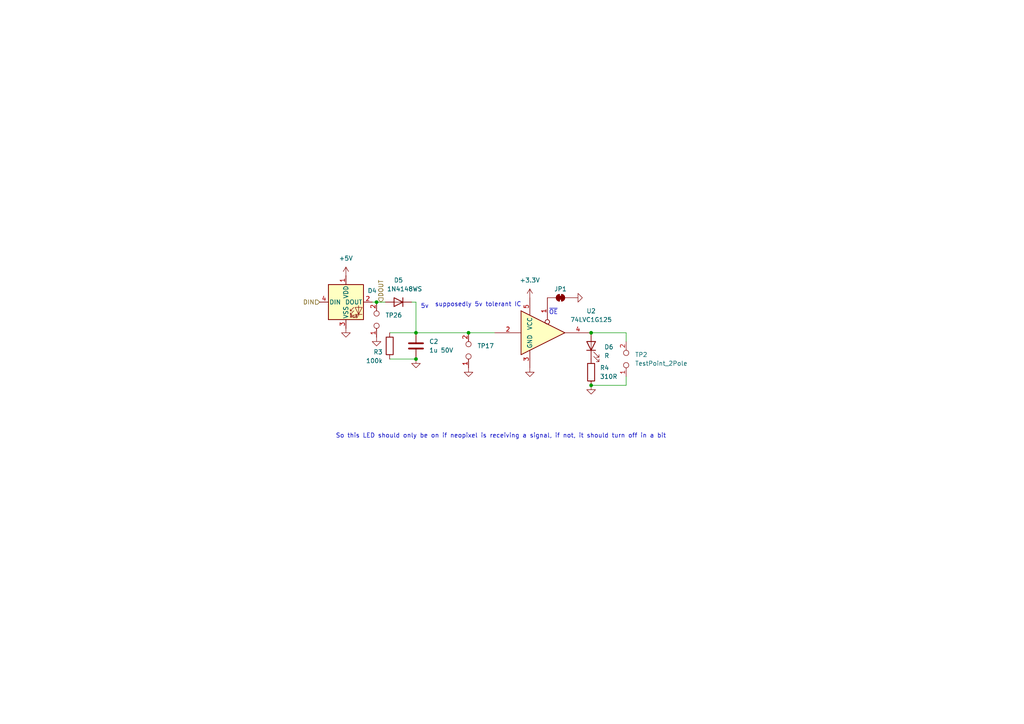
<source format=kicad_sch>
(kicad_sch (version 20231120) (generator "eeschema") (generator_version "8.0")
  (paper "A4")
  (lib_symbols
    (symbol "74xGxx:74LVC1G125"
      (property "Reference" "U" (at -10.16 7.62 0))
      (property "Value" "74LVC1G125" (at 2.54 -7.62 0))
      (symbol "74LVC1G125_0_1"
        (polyline (pts (xy -7.62 6.35) (xy -7.62 -6.35) (xy 5.08 0) (xy -7.62 6.35)) (stroke (width 0.254)) (fill (type background)))
      )
      (symbol "74LVC1G125_1_1"
        (pin input inverted (at 0 10.16 270) (length 7.62) (name "~") (number "1"))
        (pin input line (at -15.24 0 0) (length 7.62) (name "~") (number "2"))
        (pin power_in line (at -5.08 -10.16 90) (length 5.08) (name "GND") (number "3"))
        (pin tri_state line (at 12.7 0 180) (length 7.62) (name "~") (number "4"))
        (pin power_in line (at -5.08 10.16 270) (length 5.08) (name "VCC") (number "5"))
      )
    )
    (symbol "Connector:TestPoint_2Pole" (pin_names (offset 0.762) hide)
      (property "Reference" "TP" (at 0 1.524 0))
      (property "Value" "TestPoint_2Pole" (at 0 -1.778 0))
      (symbol "TestPoint_2Pole_0_1"
        (circle (center -1.778 0) (radius 0.762))
        (circle (center 1.778 0) (radius 0.762))
        (pin passive line (at -5.08 0 0) (length 2.54) (name "1") (number "1"))
        (pin passive line (at 5.08 0 180) (length 2.54) (name "2") (number "2"))
      )
    )
    (symbol "Device:C" (pin_numbers hide) (pin_names (offset 0.254))
      (property "Reference" "C" (at 0.635 2.54 0))
      (property "Value" "C" (at 0.635 -2.54 0))
      (symbol "C_0_1"
        (polyline (pts (xy -2.032 -0.762) (xy 2.032 -0.762)) (stroke (width 0.508)))
        (polyline (pts (xy -2.032 0.762) (xy 2.032 0.762)) (stroke (width 0.508)))
      )
      (symbol "C_1_1"
        (pin passive line (at 0 3.81 270) (length 2.794) (name "~") (number "1"))
        (pin passive line (at 0 -3.81 90) (length 2.794) (name "~") (number "2"))
      )
    )
    (symbol "Device:D" (pin_numbers hide) (pin_names (offset 1.016) hide)
      (property "Reference" "D" (at 0 2.54 0))
      (property "Value" "D" (at 0 -2.54 0))
      (symbol "D_0_1"
        (polyline (pts (xy -1.27 1.27) (xy -1.27 -1.27)) (stroke (width 0.254)))
        (polyline (pts (xy 1.27 0) (xy -1.27 0)))
        (polyline (pts (xy 1.27 1.27) (xy 1.27 -1.27) (xy -1.27 0) (xy 1.27 1.27)) (stroke (width 0.254)))
      )
      (symbol "D_1_1"
        (pin passive line (at -3.81 0 0) (length 2.54) (name "K") (number "1"))
        (pin passive line (at 3.81 0 180) (length 2.54) (name "A") (number "2"))
      )
    )
    (symbol "Device:LED" (pin_numbers hide) (pin_names (offset 1.016) hide)
      (property "Reference" "D" (at 0 2.54 0))
      (property "Value" "LED" (at 0 -2.54 0))
      (symbol "LED_0_1"
        (polyline (pts (xy -1.27 -1.27) (xy -1.27 1.27)) (stroke (width 0.254)))
        (polyline (pts (xy -1.27 0) (xy 1.27 0)))
        (polyline (pts (xy 1.27 -1.27) (xy 1.27 1.27) (xy -1.27 0) (xy 1.27 -1.27)) (stroke (width 0.254)))
        (polyline (pts (xy -3.048 -0.762) (xy -4.572 -2.286) (xy -3.81 -2.286) (xy -4.572 -2.286) (xy -4.572 -1.524)))
        (polyline (pts (xy -1.778 -0.762) (xy -3.302 -2.286) (xy -2.54 -2.286) (xy -3.302 -2.286) (xy -3.302 -1.524)))
      )
      (symbol "LED_1_1"
        (pin passive line (at -3.81 0 0) (length 2.54) (name "K") (number "1"))
        (pin passive line (at 3.81 0 180) (length 2.54) (name "A") (number "2"))
      )
    )
    (symbol "Device:R" (pin_numbers hide) (pin_names (offset 0))
      (property "Reference" "R" (at 2.032 0 90))
      (property "Value" "R" (at 0 0 90))
      (symbol "R_0_1"
        (rectangle (start -1.016 -2.54) (end 1.016 2.54) (stroke (width 0.254)))
      )
      (symbol "R_1_1"
        (pin passive line (at 0 3.81 270) (length 1.27) (name "~") (number "1"))
        (pin passive line (at 0 -3.81 90) (length 1.27) (name "~") (number "2"))
      )
    )
    (symbol "Jumper:SolderJumper_2_Bridged" (pin_numbers hide) (pin_names (offset 0) hide) (exclude_from_sim yes) (in_bom no)
      (property "Reference" "JP" (at 0 2.032 0))
      (property "Value" "SolderJumper_2_Bridged" (at 0 -2.54 0))
      (symbol "SolderJumper_2_Bridged_0_1"
        (rectangle (start -0.508 0.508) (end 0.508 -0.508) (fill (type outline)))
        (arc (start -0.254 1.016) (mid -1.2656 0) (end -0.254 -1.016))
        (arc (start -0.254 1.016) (mid -1.2656 0) (end -0.254 -1.016) (fill (type outline)))
        (polyline (pts (xy -0.254 1.016) (xy -0.254 -1.016)))
        (polyline (pts (xy 0.254 1.016) (xy 0.254 -1.016)))
        (arc (start 0.254 -1.016) (mid 1.2656 0) (end 0.254 1.016))
        (arc (start 0.254 -1.016) (mid 1.2656 0) (end 0.254 1.016) (fill (type outline)))
      )
      (symbol "SolderJumper_2_Bridged_1_1"
        (pin passive line (at -3.81 0 0) (length 2.54) (name "A") (number "1"))
        (pin passive line (at 3.81 0 180) (length 2.54) (name "B") (number "2"))
      )
    )
    (symbol "LED:WS2812B" (pin_names (offset 0.254))
      (property "Reference" "D" (at 5.08 5.715 0))
      (property "Value" "WS2812B" (at 1.27 -5.715 0))
      (symbol "WS2812B_0_0"
        (text "RGB" (at 2.286 -4.191 0) (effects (font (size 0.762 0.762))))
      )
      (symbol "WS2812B_0_1"
        (polyline (pts (xy 1.27 -3.556) (xy 1.778 -3.556)))
        (polyline (pts (xy 1.27 -2.54) (xy 1.778 -2.54)))
        (polyline (pts (xy 4.699 -3.556) (xy 2.667 -3.556)))
        (polyline (pts (xy 2.286 -2.54) (xy 1.27 -3.556) (xy 1.27 -3.048)))
        (polyline (pts (xy 2.286 -1.524) (xy 1.27 -2.54) (xy 1.27 -2.032)))
        (polyline (pts (xy 3.683 -1.016) (xy 3.683 -3.556) (xy 3.683 -4.064)))
        (polyline (pts (xy 4.699 -1.524) (xy 2.667 -1.524) (xy 3.683 -3.556) (xy 4.699 -1.524)))
        (rectangle (start 5.08 5.08) (end -5.08 -5.08) (stroke (width 0.254)) (fill (type background)))
      )
      (symbol "WS2812B_1_1"
        (pin power_in line (at 0 7.62 270) (length 2.54) (name "VDD") (number "1"))
        (pin output line (at 7.62 0 180) (length 2.54) (name "DOUT") (number "2"))
        (pin power_in line (at 0 -7.62 90) (length 2.54) (name "VSS") (number "3"))
        (pin input line (at -7.62 0 0) (length 2.54) (name "DIN") (number "4"))
      )
    )
    (symbol "power:+3.3V" (power) (pin_names (offset 0))
      (property "Value" "+3.3V" (at 0 3.556 0))
      (symbol "+3.3V_0_1"
        (polyline (pts (xy -0.762 1.27) (xy 0 2.54)))
        (polyline (pts (xy 0 0) (xy 0 2.54)))
        (polyline (pts (xy 0 2.54) (xy 0.762 1.27)))
      )
      (symbol "+3.3V_1_1"
        (pin power_in line (at 0 0 90) (length 0) hide (name "+3.3V") (number "1"))
      )
    )
    (symbol "power:+5V" (power) (pin_numbers hide) (pin_names (offset 0) hide)
      (property "Value" "+5V" (at 0 3.556 0))
      (symbol "+5V_0_1"
        (polyline (pts (xy -0.762 1.27) (xy 0 2.54)))
        (polyline (pts (xy 0 0) (xy 0 2.54)))
        (polyline (pts (xy 0 2.54) (xy 0.762 1.27)))
      )
      (symbol "+5V_1_1"
        (pin power_in line (at 0 0 90) (length 0) (name "~") (number "1"))
      )
    )
    (symbol "power:GND" (power) (pin_names (offset 0))
      (property "Value" "GND" (at 0 -3.81 0))
      (symbol "GND_0_1"
        (polyline (pts (xy 0 0) (xy 0 -1.27) (xy 1.27 -1.27) (xy 0 -2.54) (xy -1.27 -1.27) (xy 0 -1.27)))
      )
      (symbol "GND_1_1"
        (pin power_in line (at 0 0 270) (length 0) hide (name "GND") (number "1"))
      )
    )
  )
  (junction (at 120.65 96.52))
  (junction (at 171.45 96.52))
  (junction (at 171.45 111.76))
  (junction (at 120.65 104.14))
  (junction (at 109.22 87.63))
  (junction (at 135.89 96.52))
  (wire (pts (xy 109.22 87.63) (xy 111.76 87.63)))
  (wire (pts (xy 120.65 96.52) (xy 135.89 96.52)))
  (wire (pts (xy 135.89 96.52) (xy 143.51 96.52)))
  (wire (pts (xy 113.03 96.52) (xy 120.65 96.52)))
  (wire (pts (xy 181.61 111.76) (xy 171.45 111.76)))
  (wire (pts (xy 120.65 87.63) (xy 120.65 96.52)))
  (wire (pts (xy 119.38 87.63) (xy 120.65 87.63)))
  (wire (pts (xy 107.95 87.63) (xy 109.22 87.63)))
  (wire (pts (xy 181.61 96.52) (xy 171.45 96.52)))
  (wire (pts (xy 181.61 109.22) (xy 181.61 111.76)))
  (wire (pts (xy 181.61 99.06) (xy 181.61 96.52)))
  (wire (pts (xy 113.03 104.14) (xy 120.65 104.14)))
  (text "5v" (at 123.19 88.9 0) (effects (font (size 1.27 1.27))))
  (text "supposedly 5v tolerant IC" (at 138.684 88.392 0) (effects (font (size 1.27 1.27))))
  (text "~{OE}" (at 160.528 90.678 0) (effects (font (size 1.27 1.27))))
  (text "So this LED should only be on if neopixel is receiving a signal, if not, it should turn off in a bit" (at 145.288 126.492 0) (effects (font (size 1.27 1.27))))
  (hierarchical_label "DIN" (shape input) (at 92.71 87.63 180))
  (hierarchical_label "DOUT" (shape input) (at 110.49 87.63 90))
  (symbol (lib_id "Device:LED") (at 171.45 100.33 90) (unit 1)
    (property "Reference" "D6" (at 175.26 100.6474 90) (effects (justify right)))
    (property "Value" "R" (at 175.26 103.1874 90) (effects (justify right)))
    (property "Footprint" "LED_SMD:LED_0603_1608Metric" (effects (hide yes)))
    (property "Description" "Light emitting diode" (effects (hide yes)))
    (instances (project "tester" (path "" (reference "D6") (unit 1)) (path "" (reference "D9") (unit 1)) (path "" (reference "D3") (unit 1))))
  )
  (symbol (lib_id "Connector:TestPoint_2Pole") (at 109.22 92.71 90) (unit 1)
    (property "Reference" "TP26" (at 111.76 91.4399 90) (effects (justify right)))
    (property "Value" "TestPoint_2Pole" (effects (hide yes)))
    (property "Footprint" "TestPoint:TestPoint_2Pads_Pitch2.54mm_Drill0.8mm" (effects (hide yes)))
    (property "Description" "2-polar test point" (effects (hide yes)))
    (instances (project "tester" (path "" (reference "TP26") (unit 1)) (path "" (reference "TP27") (unit 1)) (path "" (reference "TP25") (unit 1))))
  )
  (symbol (lib_id "power:+3.3V") (at 153.67 86.36 0) (unit 1)
    (property "Reference" "#PWR011" (effects (hide yes)))
    (property "Value" "+3.3V" (at 153.67 81.28 0))
    (instances (project "tester" (path "" (reference "#PWR011") (unit 1)) (path "" (reference "#PWR018") (unit 1)) (path "" (reference "#PWR04") (unit 1))))
  )
  (symbol (lib_id "Device:R") (at 171.45 107.95 0) (unit 1)
    (property "Reference" "R4" (at 173.99 106.6799 0) (effects (justify left)))
    (property "Value" "310R" (at 173.99 109.2199 0) (effects (justify left)))
    (property "Footprint" "Resistor_SMD:R_0603_1608Metric" (effects (hide yes)))
    (property "Description" "Resistor" (effects (hide yes)))
    (instances (project "tester" (path "" (reference "R4") (unit 1)) (path "" (reference "R6") (unit 1)) (path "" (reference "R2") (unit 1))))
  )
  (symbol (lib_id "power:GND") (at 153.67 106.68 0) (unit 1)
    (property "Reference" "#PWR012" (effects (hide yes)))
    (property "Value" "GND" (effects (hide yes)))
    (instances (project "tester" (path "" (reference "#PWR012") (unit 1)) (path "" (reference "#PWR019") (unit 1)) (path "" (reference "#PWR05") (unit 1))))
  )
  (symbol (lib_id "Connector:TestPoint_2Pole") (at 135.89 101.6 90) (unit 1)
    (property "Reference" "TP17" (at 138.43 100.3299 90) (effects (justify right)))
    (property "Value" "TestPoint_2Pole" (effects (hide yes)))
    (property "Footprint" "TestPoint:TestPoint_2Pads_Pitch2.54mm_Drill0.8mm" (effects (hide yes)))
    (property "Description" "2-polar test point" (effects (hide yes)))
    (instances (project "tester" (path "" (reference "TP17") (unit 1)) (path "" (reference "TP34") (unit 1)) (path "" (reference "TP35") (unit 1))))
  )
  (symbol (lib_id "LED:WS2812B") (at 100.33 87.63 0) (unit 1)
    (property "Reference" "D4" (at 107.95 84.328 0))
    (property "Value" "sk6812-mini-e" (effects (hide yes)))
    (property "Footprint" "0mylibrary:SK6812-MINI-E" (effects (hide yes)))
    (property "Datasheet" "https://cdn-shop.adafruit.com/datasheets/WS2812B.pdf" (effects (hide yes)))
    (instances (project "tester" (path "" (reference "D4") (unit 1)) (path "" (reference "D7") (unit 1)) (path "" (reference "D1") (unit 1))))
  )
  (symbol (lib_id "Device:D") (at 115.57 87.63 180) (unit 1)
    (property "Reference" "D5" (at 115.57 81.28 0))
    (property "Value" "1N4148WS" (at 117.348 83.82 0))
    (property "Footprint" "Diode_SMD:D_SOD-323_HandSoldering" (effects (hide yes)))
    (property "Description" "Diode" (effects (hide yes)))
    (property "Sim.Device" "D" (effects (hide yes)))
    (property "Sim.Pins" "1=K 2=A" (effects (hide yes)))
    (instances (project "tester" (path "" (reference "D5") (unit 1)) (path "" (reference "D8") (unit 1)) (path "" (reference "D2") (unit 1))))
  )
  (symbol (lib_id "power:GND") (at 166.37 86.36 90) (unit 1)
    (property "Reference" "#PWR013" (effects (hide yes)))
    (property "Value" "GND" (effects (hide yes)))
    (instances (project "tester" (path "" (reference "#PWR013") (unit 1)) (path "" (reference "#PWR020") (unit 1)) (path "" (reference "#PWR06") (unit 1))))
  )
  (symbol (lib_id "74xGxx:74LVC1G125") (at 158.75 96.52 0) (unit 1)
    (property "Reference" "U2" (at 171.45 90.2014 0))
    (property "Value" "74LVC1G125" (at 171.45 92.7414 0))
    (property "Footprint" "Package_TO_SOT_SMD:SOT-23-5_HandSoldering" (effects (hide yes)))
    (property "Datasheet" "https://www.ti.com/lit/ds/symlink/sn74lvc1g125.pdf" (effects (hide yes)))
    (property "Description" "Single Buffer Gate Tri-State, Low-Voltage CMOS" (effects (hide yes)))
    (instances (project "tester" (path "" (reference "U2") (unit 1)) (path "" (reference "U3") (unit 1)) (path "" (reference "U1") (unit 1))))
  )
  (symbol (lib_id "Device:R") (at 113.03 100.33 0) (mirror x) (unit 1)
    (property "Reference" "R3" (at 110.998 102.108 0) (effects (justify right)))
    (property "Value" "100k" (at 110.998 104.648 0) (effects (justify right)))
    (property "Footprint" "Resistor_SMD:R_0603_1608Metric_Pad0.98x0.95mm_HandSolder" (effects (hide yes)))
    (property "Description" "Resistor" (effects (hide yes)))
    (instances (project "tester" (path "" (reference "R3") (unit 1)) (path "" (reference "R5") (unit 1)) (path "" (reference "R1") (unit 1))))
  )
  (symbol (lib_id "power:GND") (at 109.22 97.79 0) (unit 1)
    (property "Reference" "#PWR0112" (effects (hide yes)))
    (property "Value" "GND" (effects (hide yes)))
    (instances (project "tester" (path "" (reference "#PWR0112") (unit 1)) (path "" (reference "#PWR0113") (unit 1)) (path "" (reference "#PWR0111") (unit 1))))
  )
  (symbol (lib_id "Connector:TestPoint_2Pole") (at 181.61 104.14 90) (unit 1)
    (property "Reference" "TP2" (at 184.15 102.8699 90) (effects (justify right)))
    (property "Value" "TestPoint_2Pole" (at 184.15 105.4099 90) (effects (justify right)))
    (property "Footprint" "TestPoint:TestPoint_2Pads_Pitch2.54mm_Drill0.8mm" (effects (hide yes)))
    (property "Description" "2-polar test point" (effects (hide yes)))
    (instances (project "tester" (path "" (reference "TP2") (unit 1)) (path "" (reference "TP3") (unit 1)) (path "" (reference "TP1") (unit 1))))
  )
  (symbol (lib_id "power:GND") (at 120.65 104.14 0) (unit 1)
    (property "Reference" "#PWR010" (effects (hide yes)))
    (property "Value" "GND" (effects (hide yes)))
    (instances (project "tester" (path "" (reference "#PWR010") (unit 1)) (path "" (reference "#PWR017") (unit 1)) (path "" (reference "#PWR03") (unit 1))))
  )
  (symbol (lib_id "Device:C") (at 120.65 100.33 0) (unit 1)
    (property "Reference" "C2" (at 124.46 99.0599 0) (effects (justify left)))
    (property "Value" "1u 50V" (at 124.46 101.5999 0) (effects (justify left)))
    (property "Footprint" "Capacitor_SMD:C_0603_1608Metric" (effects (hide yes)))
    (property "Description" "Unpolarized capacitor" (effects (hide yes)))
    (instances (project "tester" (path "" (reference "C2") (unit 1)) (path "" (reference "C3") (unit 1)) (path "" (reference "C1") (unit 1))))
  )
  (symbol (lib_id "power:GND") (at 171.45 111.76 0) (unit 1)
    (property "Reference" "#PWR014" (effects (hide yes)))
    (property "Value" "GND" (effects (hide yes)))
    (instances (project "tester" (path "" (reference "#PWR014") (unit 1)) (path "" (reference "#PWR021") (unit 1)) (path "" (reference "#PWR07") (unit 1))))
  )
  (symbol (lib_id "Jumper:SolderJumper_2_Bridged") (at 162.56 86.36 0) (unit 1) (exclude_from_sim yes) (in_bom no)
    (property "Reference" "JP1" (at 162.56 83.82 0))
    (property "Value" "SolderJumper_2_Bridged" (effects (hide yes)))
    (property "Footprint" "Jumper:SolderJumper-2_P1.3mm_Bridged_RoundedPad1.0x1.5mm" (effects (hide yes)))
    (property "Description" "Solder Jumper, 2-pole, closed/bridged" (effects (hide yes)))
    (instances (project "tester" (path "" (reference "JP1") (unit 1)) (path "" (reference "JP2") (unit 1)) (path "" (reference "JP3") (unit 1))))
  )
  (symbol (lib_id "power:GND") (at 100.33 95.25 0) (unit 1)
    (property "Reference" "#PWR09" (effects (hide yes)))
    (property "Value" "GND" (effects (hide yes)))
    (instances (project "tester" (path "" (reference "#PWR09") (unit 1)) (path "" (reference "#PWR016") (unit 1)) (path "" (reference "#PWR02") (unit 1))))
  )
  (symbol (lib_id "power:+5V") (at 100.33 80.01 0) (unit 1)
    (property "Reference" "#PWR08" (effects (hide yes)))
    (property "Value" "+5V" (at 100.33 74.93 0))
    (property "Description" "Power symbol creates a global label with name \"+5V\"" (effects (hide yes)))
    (instances (project "tester" (path "" (reference "#PWR08") (unit 1)) (path "" (reference "#PWR015") (unit 1)) (path "" (reference "#PWR01") (unit 1))))
  )
  (symbol (lib_id "power:GND") (at 135.89 106.68 0) (unit 1)
    (property "Reference" "#PWR0104" (effects (hide yes)))
    (property "Value" "GND" (effects (hide yes)))
    (instances (project "tester" (path "" (reference "#PWR0104") (unit 1)) (path "" (reference "#PWR0105") (unit 1)) (path "" (reference "#PWR0103") (unit 1))))
  )
)
</source>
